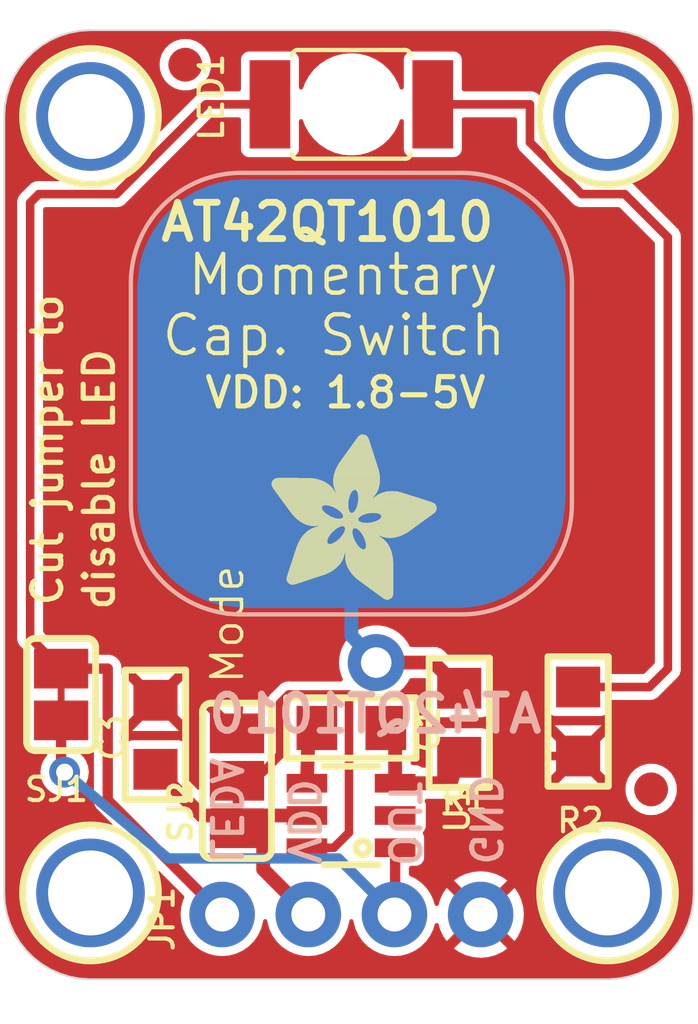
<source format=kicad_pcb>
(kicad_pcb (version 20221018) (generator pcbnew)
  (layers (0 "F.Cu" signal) (31 "B.Cu" signal) (34 "B.Paste" user) (35 "F.Paste" user) (36 "B.SilkS" user "B.Silkscreen") (37 "F.SilkS" user "F.Silkscreen") (38 "B.Mask" user) (39 "F.Mask" user) (44 "Edge.Cuts" user))
  (net 0 "")
  (net 1 "CAPPAD")
  (net 2 "GND")
  (net 3 "N$3")
  (net 4 "N$4")
  (net 5 "VDD")
  (net 6 "N$6")
  (net 7 "LEDA")
  (net 8 "OUT")
  (footprint "working:FIDUCIAL_1MM" (layer "F.Cu") (at 157.4071 113.3856)
    (fp_text reference "FID1" hide)
    (fp_text value "FIDUCIAL\"\"" hide)
    (pad "1" smd roundrect (at 0 0) (size 1 1) (layers "F.Cu" "F.Mask") (roundrect_rratio 0.5))
  )
  (footprint "working:FIDUCIAL_1MM" (layer "F.Cu") (at 143.6751 92.0496)
    (fp_text reference "FID2" hide)
    (fp_text value "FIDUCIAL\"\"" hide)
    (pad "1" smd roundrect (at 0 0) (size 1 1) (layers "F.Cu" "F.Mask") (roundrect_rratio 0.5))
  )
  (footprint "working:MOUNTINGHOLE_2.5_PLATED" (layer "F.Cu") (at 156.1211 93.5736)
    (fp_text reference "U$10" hide)
    (fp_text value "MOUNTINGHOLE2.5" hide)
    (pad "P$1" thru_hole circle (at 0 0) (size 3.2 3.2) (drill 2.5) (layers "*.Cu" "*.Mask"))
    (zone (net 0) (net_name "") (layer "F.Cu") (connect_pads (clearance 0)) (min_thickness 0.25)
      (keepout (tracks not_allowed) (vias not_allowed) (pads not_allowed) (copperpour not_allowed) (footprints allowed))
      (fill (thermal_gap 0.5) (thermal_bridge_width 0.5))
      (polygon (pts (xy 158.1371 93.5736) (xy 158.11748 93.293027) (xy 158.059004 93.017915) (xy 157.962808 92.753619) (xy 157.830765 92.505283) (xy 157.665446 92.27774) (xy 157.470067 92.07542) (xy 157.248433 91.90226) (xy 157.004856 91.761631) (xy 156.744078 91.65627) (xy 156.471175 91.588228) (xy 156.191457 91.558828) (xy 155.910371 91.568644) (xy 155.633385 91.617484) (xy 155.365893 91.704397) (xy 155.1131 91.827693) (xy 154.879926 91.98497) (xy 154.670911 92.173169) (xy 154.490122 92.388625) (xy 154.341078 92.627145) (xy 154.22668 92.884087) (xy 154.149154 93.15445) (xy 154.110011 93.432971) (xy 154.110011 93.714229) (xy 154.149154 93.99275) (xy 154.22668 94.263113) (xy 154.341078 94.520055) (xy 154.490122 94.758575) (xy 154.670911 94.974031) (xy 154.879926 95.16223) (xy 155.1131 95.319507) (xy 155.365893 95.442803) (xy 155.633385 95.529716) (xy 155.910371 95.578556) (xy 156.191457 95.588372) (xy 156.471175 95.558972) (xy 156.744078 95.49093) (xy 157.004856 95.385569) (xy 157.248433 95.24494) (xy 157.470067 95.07178) (xy 157.665446 94.86946) (xy 157.830765 94.641917) (xy 157.962808 94.393581) (xy 158.059004 94.129285) (xy 158.11748 93.854173)))
      (polygon (pts (xy 156.1051 93.5736) (xy 156.109786 93.584914) (xy 156.1211 93.5896) (xy 156.132414 93.584914) (xy 156.1371 93.5736) (xy 156.132414 93.562286) (xy 156.1211 93.5576) (xy 156.109786 93.562286)))
    )
  )
  (footprint "working:_0805" (layer "F.Cu") (at 148.5711 111.5776 180)
    (fp_text reference "C1" (at -2.24 0.7175 90) (layer "F.SilkS") (effects (font (size 0.692831 0.692831) (thickness 0.119969)) (justify right)))
    (fp_text value "22nF")
    (pad "1" smd rect (at -1.016 0 180) (size 1.2 1.3) (layers "F.Cu" "F.Paste" "F.Mask") (net 4 "N$4"))
    (pad "2" smd rect (at 1.016 0 180) (size 1.2 1.3) (layers "F.Cu" "F.Paste" "F.Mask") (net 3 "N$3"))
  )
  (footprint "working:_0805" (layer "F.Cu") (at 142.7971 111.7776 90)
    (fp_text reference "C3" (at -0.8375 -1.27 90) (layer "F.SilkS") (effects (font (size 0.692831 0.692831) (thickness 0.119969)) (justify left)))
    (fp_text value "0.1µF")
    (pad "1" smd rect (at -1.016 0 90) (size 1.2 1.3) (layers "F.Cu" "F.Paste" "F.Mask") (net 5 "VDD"))
    (pad "2" smd rect (at 1.016 0 90) (size 1.2 1.3) (layers "F.Cu" "F.Paste" "F.Mask") (net 2 "GND"))
  )
  (footprint "working:MOUNTINGHOLE_2.5_PLATED" (layer "F.Cu") (at 140.8811 93.5736)
    (fp_text reference "U$11" hide)
    (fp_text value "MOUNTINGHOLE2.5" hide)
    (pad "P$1" thru_hole circle (at 0 0) (size 3.2 3.2) (drill 2.5) (layers "*.Cu" "*.Mask"))
    (zone (net 0) (net_name "") (layer "F.Cu") (connect_pads (clearance 0)) (min_thickness 0.25)
      (keepout (tracks not_allowed) (vias not_allowed) (pads not_allowed) (copperpour not_allowed) (footprints allowed))
      (fill (thermal_gap 0.5) (thermal_bridge_width 0.5))
      (polygon (pts (xy 142.8971 93.5736) (xy 142.87748 93.293027) (xy 142.819004 93.017915) (xy 142.722808 92.753619) (xy 142.590765 92.505283) (xy 142.425446 92.27774) (xy 142.230067 92.07542) (xy 142.008433 91.90226) (xy 141.764856 91.761631) (xy 141.504078 91.65627) (xy 141.231175 91.588228) (xy 140.951457 91.558828) (xy 140.670371 91.568644) (xy 140.393385 91.617484) (xy 140.125893 91.704397) (xy 139.8731 91.827693) (xy 139.639926 91.98497) (xy 139.430911 92.173169) (xy 139.250122 92.388625) (xy 139.101078 92.627145) (xy 138.98668 92.884087) (xy 138.909154 93.15445) (xy 138.870011 93.432971) (xy 138.870011 93.714229) (xy 138.909154 93.99275) (xy 138.98668 94.263113) (xy 139.101078 94.520055) (xy 139.250122 94.758575) (xy 139.430911 94.974031) (xy 139.639926 95.16223) (xy 139.8731 95.319507) (xy 140.125893 95.442803) (xy 140.393385 95.529716) (xy 140.670371 95.578556) (xy 140.951457 95.588372) (xy 141.231175 95.558972) (xy 141.504078 95.49093) (xy 141.764856 95.385569) (xy 142.008433 95.24494) (xy 142.230067 95.07178) (xy 142.425446 94.86946) (xy 142.590765 94.641917) (xy 142.722808 94.393581) (xy 142.819004 94.129285) (xy 142.87748 93.854173)))
      (polygon (pts (xy 140.8651 93.5736) (xy 140.869786 93.584914) (xy 140.8811 93.5896) (xy 140.892414 93.584914) (xy 140.8971 93.5736) (xy 140.892414 93.562286) (xy 140.8811 93.5576) (xy 140.869786 93.562286)))
    )
  )
  (footprint "working:_0805" (layer "F.Cu") (at 151.7511 111.4236 90)
    (fp_text reference "R1" (at -2.24 0.9175) (layer "F.SilkS") (effects (font (size 0.692831 0.692831) (thickness 0.119969)) (justify right)))
    (fp_text value "10K")
    (pad "1" smd rect (at -1.016 0 90) (size 1.2 1.3) (layers "F.Cu" "F.Paste" "F.Mask") (net 4 "N$4"))
    (pad "2" smd rect (at 1.016 0 90) (size 1.2 1.3) (layers "F.Cu" "F.Paste" "F.Mask") (net 1 "CAPPAD"))
  )
  (footprint "working:SOLDERJUMPER_CLOSEDWIRE" (layer "F.Cu") (at 140.0161 110.5916 90)
    (fp_text reference "SJ1" (at -2.794 -1.143) (layer "F.SilkS") (effects (font (size 0.692831 0.692831) (thickness 0.119969)) (justify left)))
    (fp_text value "LED")
    (pad "1" smd rect (at -0.762 0 90) (size 1.1684 1.6002) (layers "F.Cu" "F.Mask") (net 8 "OUT"))
    (pad "2" smd rect (at 0.762 0 90) (size 1.1684 1.6002) (layers "F.Cu" "F.Mask") (net 7 "LEDA"))
    (pad "WIRE" smd rect (at 0 0 90) (size 0.635 0.2032) (layers "F.Cu" "F.Mask"))
  )
  (footprint "working:PLCC2_REVMOUNT" (layer "F.Cu") (at 148.5711 93.2166 180)
    (fp_text reference "LED1" (at 4.125 1.558 90) (layer "F.SilkS") (effects (font (size 0.692831 0.692831) (thickness 0.119969)) (justify right)))
    (fp_text value "LS T77K-J1L2-1-0-2-R18-Z")
    (pad "" np_thru_hole circle (at 0 0 180) (size 2.5 2.5) (drill 2.5) (layers "*.Cu" "*.Mask"))
    (pad "A" smd rect (at 2.4 0 180) (size 1.2 2.6) (layers "F.Cu" "F.Paste" "F.Mask") (net 7 "LEDA"))
    (pad "K" smd rect (at -2.4 0 180) (size 1.2 2.6) (layers "F.Cu" "F.Paste" "F.Mask") (net 6 "N$6"))
  )
  (footprint "working:MOUNTINGHOLE_2.5_PLATED" (layer "F.Cu") (at 140.8811 116.4336)
    (fp_text reference "U$9" hide)
    (fp_text value "MOUNTINGHOLE2.5" hide)
    (pad "P$1" thru_hole circle (at 0 0) (size 3.2 3.2) (drill 2.5) (layers "*.Cu" "*.Mask"))
    (zone (net 0) (net_name "") (layer "F.Cu") (connect_pads (clearance 0)) (min_thickness 0.25)
      (keepout (tracks not_allowed) (vias not_allowed) (pads not_allowed) (copperpour not_allowed) (footprints allowed))
      (fill (thermal_gap 0.5) (thermal_bridge_width 0.5))
      (polygon (pts (xy 142.8971 116.4336) (xy 142.87748 116.153027) (xy 142.819004 115.877915) (xy 142.722808 115.613619) (xy 142.590765 115.365283) (xy 142.425446 115.13774) (xy 142.230067 114.93542) (xy 142.008433 114.76226) (xy 141.764856 114.621631) (xy 141.504078 114.51627) (xy 141.231175 114.448228) (xy 140.951457 114.418828) (xy 140.670371 114.428644) (xy 140.393385 114.477484) (xy 140.125893 114.564397) (xy 139.8731 114.687693) (xy 139.639926 114.84497) (xy 139.430911 115.033169) (xy 139.250122 115.248625) (xy 139.101078 115.487145) (xy 138.98668 115.744087) (xy 138.909154 116.01445) (xy 138.870011 116.292971) (xy 138.870011 116.574229) (xy 138.909154 116.85275) (xy 138.98668 117.123113) (xy 139.101078 117.380055) (xy 139.250122 117.618575) (xy 139.430911 117.834031) (xy 139.639926 118.02223) (xy 139.8731 118.179507) (xy 140.125893 118.302803) (xy 140.393385 118.389716) (xy 140.670371 118.438556) (xy 140.951457 118.448372) (xy 141.231175 118.418972) (xy 141.504078 118.35093) (xy 141.764856 118.245569) (xy 142.008433 118.10494) (xy 142.230067 117.93178) (xy 142.425446 117.72946) (xy 142.590765 117.501917) (xy 142.722808 117.253581) (xy 142.819004 116.989285) (xy 142.87748 116.714173)))
      (polygon (pts (xy 140.8651 116.4336) (xy 140.869786 116.444914) (xy 140.8811 116.4496) (xy 140.892414 116.444914) (xy 140.8971 116.4336) (xy 140.892414 116.422286) (xy 140.8811 116.4176) (xy 140.869786 116.422286)))
    )
  )
  (footprint "working:MOUNTINGHOLE_2.5_PLATED" (layer "F.Cu") (at 156.1211 116.4336)
    (fp_text reference "U$6" hide)
    (fp_text value "MOUNTINGHOLE2.5" hide)
    (pad "P$1" thru_hole circle (at 0 0) (size 3.2 3.2) (drill 2.5) (layers "*.Cu" "*.Mask"))
    (zone (net 0) (net_name "") (layer "F.Cu") (connect_pads (clearance 0)) (min_thickness 0.25)
      (keepout (tracks not_allowed) (vias not_allowed) (pads not_allowed) (copperpour not_allowed) (footprints allowed))
      (fill (thermal_gap 0.5) (thermal_bridge_width 0.5))
      (polygon (pts (xy 158.1371 116.4336) (xy 158.11748 116.153027) (xy 158.059004 115.877915) (xy 157.962808 115.613619) (xy 157.830765 115.365283) (xy 157.665446 115.13774) (xy 157.470067 114.93542) (xy 157.248433 114.76226) (xy 157.004856 114.621631) (xy 156.744078 114.51627) (xy 156.471175 114.448228) (xy 156.191457 114.418828) (xy 155.910371 114.428644) (xy 155.633385 114.477484) (xy 155.365893 114.564397) (xy 155.1131 114.687693) (xy 154.879926 114.84497) (xy 154.670911 115.033169) (xy 154.490122 115.248625) (xy 154.341078 115.487145) (xy 154.22668 115.744087) (xy 154.149154 116.01445) (xy 154.110011 116.292971) (xy 154.110011 116.574229) (xy 154.149154 116.85275) (xy 154.22668 117.123113) (xy 154.341078 117.380055) (xy 154.490122 117.618575) (xy 154.670911 117.834031) (xy 154.879926 118.02223) (xy 155.1131 118.179507) (xy 155.365893 118.302803) (xy 155.633385 118.389716) (xy 155.910371 118.438556) (xy 156.191457 118.448372) (xy 156.471175 118.418972) (xy 156.744078 118.35093) (xy 157.004856 118.245569) (xy 157.248433 118.10494) (xy 157.470067 117.93178) (xy 157.665446 117.72946) (xy 157.830765 117.501917) (xy 157.962808 117.253581) (xy 158.059004 116.989285) (xy 158.11748 116.714173)))
      (polygon (pts (xy 156.1051 116.4336) (xy 156.109786 116.444914) (xy 156.1211 116.4496) (xy 156.132414 116.444914) (xy 156.1371 116.4336) (xy 156.132414 116.422286) (xy 156.1211 116.4176) (xy 156.109786 116.422286)))
    )
  )
  (footprint "working:SOLDERJUMPER_2WAY_OPEN_NOPASTE" (layer "F.Cu") (at 145.1991 113.1316 90)
    (fp_text reference "SJ2" (at -1.905 -1.27 90) (layer "F.SilkS") (effects (font (size 0.666496 0.666496) (thickness 0.146304)) (justify left bottom)))
    (fp_text value "MODE")
    (pad "1" smd rect (at -1.397 0 90) (size 1.1684 1.6002) (layers "F.Cu" "F.Mask") (net 5 "VDD"))
    (pad "2" smd rect (at 0 0 90) (size 1.1684 1.6002) (layers "F.Cu" "F.Paste" "F.Mask") (net 5 "VDD"))
    (pad "3" smd rect (at 1.397 0 90) (size 1.1684 1.6002) (layers "F.Cu" "F.Mask") (net 2 "GND"))
  )
  (footprint "working:ADAFRUIT_5MM" (layer "F.Cu") (at 146.2151 107.7976)
    (fp_text reference "U$12" hide)
    (fp_text value "" hide)
  )
  (footprint "working:SOT23-6" (layer "F.Cu") (at 148.5611 114.1536 90)
    (fp_text reference "U1" (at -0.579 3.13 90) (layer "F.SilkS") (effects (font (size 0.692831 0.692831) (thickness 0.119969)) (justify left)))
    (fp_text value "AT42QT1010")
    (pad "1" smd rect (at -0.95 1.3 90) (size 0.55 1.2) (layers "F.Cu" "F.Paste" "F.Mask") (net 8 "OUT"))
    (pad "2" smd rect (at 0 1.3 90) (size 0.55 1.2) (layers "F.Cu" "F.Paste" "F.Mask") (net 2 "GND"))
    (pad "3" smd rect (at 0.95 1.3 90) (size 0.55 1.2) (layers "F.Cu" "F.Paste" "F.Mask") (net 4 "N$4"))
    (pad "4" smd rect (at 0.95 -1.3 90) (size 0.55 1.2) (layers "F.Cu" "F.Paste" "F.Mask") (net 3 "N$3"))
    (pad "5" smd rect (at 0 -1.3 90) (size 0.55 1.2) (layers "F.Cu" "F.Paste" "F.Mask") (net 5 "VDD"))
    (pad "6" smd rect (at -0.95 -1.3 90) (size 0.55 1.2) (layers "F.Cu" "F.Paste" "F.Mask") (net 5 "VDD"))
  )
  (footprint "working:1X04_ROUND_76" (layer "F.Cu") (at 148.5711 117.0686)
    (fp_text reference "JP1" (at -5.5818 1.1492 90) (layer "F.SilkS") (effects (font (size 0.692831 0.692831) (thickness 0.119969)) (justify left)))
    (fp_text value "")
    (pad "1" thru_hole circle (at -3.81 0 90) (size 1.9304 1.9304) (drill 1) (layers "*.Cu" "*.Mask") (net 7 "LEDA"))
    (pad "2" thru_hole circle (at -1.27 0 90) (size 1.9304 1.9304) (drill 1) (layers "*.Cu" "*.Mask") (net 5 "VDD"))
    (pad "3" thru_hole circle (at 1.27 0 90) (size 1.9304 1.9304) (drill 1) (layers "*.Cu" "*.Mask") (net 8 "OUT"))
    (pad "4" thru_hole circle (at 3.81 0 90) (size 1.9304 1.9304) (drill 1) (layers "*.Cu" "*.Mask") (net 2 "GND"))
  )
  (footprint "working:_0805" (layer "F.Cu") (at 155.2551 111.3866 -90)
    (fp_text reference "R2" (at 2.917 0.6885) (layer "F.SilkS") (effects (font (size 0.692831 0.692831) (thickness 0.119969)) (justify left)))
    (fp_text value "1K")
    (pad "1" smd rect (at -1.016 0 270) (size 1.2 1.3) (layers "F.Cu" "F.Paste" "F.Mask") (net 6 "N$6"))
    (pad "2" smd rect (at 1.016 0 270) (size 1.2 1.3) (layers "F.Cu" "F.Paste" "F.Mask") (net 2 "GND"))
  )
  (footprint "working:CAPTOUCH_SIMPLE_12.5MM" (layer "B.Cu") (at 148.5711 101.7336 180)
    (fp_text reference "SW1" hide)
    (fp_text value "Cap pad" hide)
    (fp_poly (pts (xy 3.48201 6.293551) (xy 3.83453 6.233655) (xy 4.178128 6.134666) (xy 4.508482 5.99783) (xy 4.821437 5.824865) (xy 5.11306 5.617948) (xy 5.379681 5.379681) (xy 5.617948 5.11306) (xy 5.824865 4.821437) (xy 5.99783 4.508482) (xy 6.134666 4.178128) (xy 6.234151 3.83281) (xy 6.3135 3.128566) (xy 6.3135 -3.126782) (xy 6.293551 -3.48201) (xy 6.233655 -3.83453) (xy 6.134666 -4.178128) (xy 5.99783 -4.508482) (xy 5.824865 -4.821437) (xy 5.617948 -5.11306) (xy 5.379681 -5.379681) (xy 5.11306 -5.617948) (xy 4.821437 -5.824865) (xy 4.508482 -5.99783) (xy 4.178128 -6.134666) (xy 3.83281 -6.234151) (xy 3.128566 -6.3135) (xy -3.126782 -6.3135) (xy -3.48201 -6.293551) (xy -3.83453 -6.233655) (xy -4.178128 -6.134666) (xy -4.508482 -5.99783) (xy -4.821437 -5.824865) (xy -5.11306 -5.617948) (xy -5.379681 -5.379681) (xy -5.617948 -5.11306) (xy -5.824865 -4.821437) (xy -5.99783 -4.508482) (xy -6.134666 -4.178128) (xy -6.234151 -3.83281) (xy -6.3135 -3.128566) (xy -6.3135 3.126782) (xy -6.293551 3.48201) (xy -6.233655 3.83453) (xy -6.134666 4.178128) (xy -5.99783 4.508482) (xy -5.824865 4.821437) (xy -5.617948 5.11306) (xy -5.379681 5.379681) (xy -5.11306 5.617948) (xy -4.821437 5.824865) (xy -4.508482 5.99783) (xy -4.178128 6.134666) (xy -3.83281 6.234151) (xy -3.128566 6.3135) (xy 3.126782 6.3135)) (fill solid) (layer "F.Cu"))
    (fp_poly (pts (xy 3.48201 6.293551) (xy 3.83453 6.233655) (xy 4.178128 6.134666) (xy 4.508482 5.99783) (xy 4.821437 5.824865) (xy 5.11306 5.617948) (xy 5.379681 5.379681) (xy 5.617948 5.11306) (xy 5.824865 4.821437) (xy 5.99783 4.508482) (xy 6.134666 4.178128) (xy 6.234151 3.83281) (xy 6.3135 3.128566) (xy 6.3135 -3.126782) (xy 6.293551 -3.48201) (xy 6.233655 -3.83453) (xy 6.134666 -4.178128) (xy 5.99783 -4.508482) (xy 5.824865 -4.821437) (xy 5.617948 -5.11306) (xy 5.379681 -5.379681) (xy 5.11306 -5.617948) (xy 4.821437 -5.824865) (xy 4.508482 -5.99783) (xy 4.178128 -6.134666) (xy 3.83281 -6.234151) (xy 3.128566 -6.3135) (xy -3.126782 -6.3135) (xy -3.48201 -6.293551) (xy -3.83453 -6.233655) (xy -4.178128 -6.134666) (xy -4.508482 -5.99783) (xy -4.821437 -5.824865) (xy -5.11306 -5.617948) (xy -5.379681 -5.379681) (xy -5.617948 -5.11306) (xy -5.824865 -4.821437) (xy -5.99783 -4.508482) (xy -6.134666 -4.178128) (xy -6.234151 -3.83281) (xy -6.3135 -3.128566) (xy -6.3135 3.126782) (xy -6.293551 3.48201) (xy -6.233655 3.83453) (xy -6.134666 4.178128) (xy -5.99783 4.508482) (xy -5.824865 4.821437) (xy -5.617948 5.11306) (xy -5.379681 5.379681) (xy -5.11306 5.617948) (xy -4.821437 5.824865) (xy -4.508482 5.99783) (xy -4.178128 6.134666) (xy -3.83281 6.234151) (xy -3.128566 6.3135) (xy 3.126782 6.3135)) (fill solid) (layer "B.Cu"))
    (pad "E" smd rect (at 0 -5.95 180) (size 1.27 0.635) (layers "B.Cu" "B.Paste") (net 1 "CAPPAD"))
    (pad "G" smd rect (at 0 -6.2 180) (size 0.1 0.1) (layers "F.Cu" "F.Paste") (net 2 "GND"))
  )
  (gr_arc (start 158.6611 116.4336) (mid 157.917151 118.229651) (end 156.1211 118.9736) (stroke (width 0.05)) (layer "Edge.Cuts"))
  (gr_arc (start 140.8811 118.9736) (mid 139.085049 118.229651) (end 138.3411 116.4336) (stroke (width 0.05)) (layer "Edge.Cuts"))
  (gr_arc (start 156.1211 91.0336) (mid 157.917151 91.777549) (end 158.6611 93.5736) (stroke (width 0.05)) (layer "Edge.Cuts"))
  (gr_line (start 140.8811 91.0336) (end 156.1211 91.0336) (stroke (width 0.05)) (layer "Edge.Cuts"))
  (gr_arc (start 138.3411 93.5736) (mid 139.085049 91.777549) (end 140.8811 91.0336) (stroke (width 0.05)) (layer "Edge.Cuts"))
  (gr_line (start 138.3411 116.4336) (end 138.3411 93.5736) (stroke (width 0.05)) (layer "Edge.Cuts"))
  (gr_line (start 158.6611 93.5736) (end 158.6611 116.4336) (stroke (width 0.05)) (layer "Edge.Cuts"))
  (gr_line (start 156.1211 118.9736) (end 140.8811 118.9736) (stroke (width 0.05)) (layer "Edge.Cuts"))
  (gr_text "AT42QT1010" (at 154.2861 111.7866) (layer "B.SilkS") (effects (font (size 1.0668 1.0668) (thickness 0.2032)) (justify left bottom mirror)))
  (gr_text "LEDA" (at 144.3631 115.6536 -90) (layer "B.SilkS") (effects (font (size 0.8636 0.8636) (thickness 0.1524)) (justify left bottom mirror)))
  (gr_text "OUT" (at 149.6131 115.7336 -90) (layer "B.SilkS") (effects (font (size 0.8636 0.8636) (thickness 0.1524)) (justify left bottom mirror)))
  (gr_text "VDD" (at 146.6491 115.6536 -90) (layer "B.SilkS") (effects (font (size 0.8636 0.8636) (thickness 0.1524)) (justify left bottom mirror)))
  (gr_text "GND" (at 152.0031 115.6936 -90) (layer "B.SilkS") (effects (font (size 0.8636 0.8636) (thickness 0.1524)) (justify left bottom mirror)))
  (gr_text "AT42QT1010" (at 142.8561 97.3086) (layer "F.SilkS") (effects (font (size 1.0668 1.0668) (thickness 0.2032)) (justify left bottom)))
  (gr_text "Mode" (at 145.4531 110.3376 90) (layer "F.SilkS") (effects (font (size 0.9144 0.9144) (thickness 0.1016)) (justify left bottom)))
  (gr_text "VDD: 1.8-5V" (at 144.1831 102.2096) (layer "F.SilkS") (effects (font (size 0.8636 0.8636) (thickness 0.1524)) (justify left bottom)))
  (gr_text "Cut jumper to" (at 140.1191 108.0516 90) (layer "F.SilkS") (effects (font (size 0.8636 0.8636) (thickness 0.1524)) (justify left bottom)))
  (gr_text "disable LED" (at 141.6431 108.1786 90) (layer "F.SilkS") (effects (font (size 0.8636 0.8636) (thickness 0.1524)) (justify left bottom)))
  (gr_text "Cap. Switch" (at 142.9131 100.6856) (layer "F.SilkS") (effects (font (size 1.143 1.143) (thickness 0.127)) (justify left bottom)))
  (gr_text "Momentary" (at 143.6751 98.9076) (layer "F.SilkS") (effects (font (size 1.143 1.143) (thickness 0.127)) (justify left bottom)))
  (segment (start 150.9951 109.6516) (end 149.3031 109.6516) (width 0.4064) (layer "F.Cu") (net 1))
  (segment (start 151.7511 110.4076) (end 150.9951 109.6516) (width 0.4064) (layer "F.Cu") (net 1))
  (via (at 149.3031 109.6516) (size 1.6764) (drill 0.9) (layers "F.Cu" "B.Cu") (net 1))
  (segment (start 148.5711 108.8596) (end 149.3031 109.6516) (width 0.4064) (layer "B.Cu") (net 1))
  (segment (start 148.5711 107.6836) (end 148.5711 108.8596) (width 0.4064) (layer "B.Cu") (net 1))
  (segment (start 143.508922 95.980394) (end 143.793111 95.808596) (width 1.016) (layer "F.Cu") (net 2))
  (segment (start 152.3211 95.4936) (end 152.652576 95.513651) (width 1.016) (layer "F.Cu") (net 2))
  (segment (start 154.892395 97.268437) (end 154.99119 97.585482) (width 1.016) (layer "F.Cu") (net 2))
  (segment (start 142.629223 106.493705) (end 142.495906 106.197487) (width 1.016) (layer "F.Cu") (net 2))
  (segment (start 153.296263 95.672305) (end 153.599089 95.808596) (width 1.016) (layer "F.Cu") (net 2))
  (segment (start 142.997606 107.0274) (end 142.797273 106.771694) (width 1.016) (layer "F.Cu") (net 2))
  (segment (start 143.793111 95.808596) (end 144.095937 95.672305) (width 1.016) (layer "F.Cu") (net 2))
  (segment (start 144.412982 95.57351) (end 144.739624 95.513651) (width 1.016) (layer "F.Cu") (net 2))
  (segment (start 152.4211 107.9436) (end 152.666639 107.965082) (width 0.254) (layer "F.Cu") (net 2))
  (segment (start 153.8681 112.4026) (end 155.2551 112.4026) (width 0.254) (layer "F.Cu") (net 2))
  (segment (start 143.760995 107.625477) (end 143.483006 107.457427) (width 1.016) (layer "F.Cu") (net 2))
  (segment (start 142.807894 96.681422) (end 143.012695 96.420013) (width 1.016) (layer "F.Cu") (net 2))
  (segment (start 142.40101 97.585482) (end 142.499805 97.268437) (width 1.016) (layer "F.Cu") (net 2))
  (segment (start 142.399267 105.887359) (end 142.340713 105.567844) (width 1.016) (layer "F.Cu") (net 2))
  (segment (start 144.367341 107.855433) (end 144.057213 107.758794) (width 1.016) (layer "F.Cu") (net 2))
  (segment (start 152.4211 107.9436) (end 148.6711 107.9436) (width 1.016) (layer "F.Cu") (net 2))
  (segment (start 142.341151 97.912124) (end 142.40101 97.585482) (width 1.016) (layer "F.Cu") (net 2))
  (segment (start 153.8351 112.3696) (end 153.8351 112.3696) (width 0.254) (layer "F.Cu") (net 2))
  (segment (start 153.64566 108.6506) (end 153.749825 108.873984) (width 0.254) (layer "F.Cu") (net 2))
  (segment (start 155.051049 97.912124) (end 155.0711 98.2436) (width 1.016) (layer "F.Cu") (net 2))
  (segment (start 145.1991 111.7346) (end 145.3281 109.8276) (width 0.254) (layer "F.Cu") (net 2))
  (segment (start 145.0111 107.9336) (end 144.686856 107.913987) (width 1.016) (layer "F.Cu") (net 2))
  (segment (start 155.0711 105.2436) (end 155.05461 105.566218) (width 1.016) (layer "F.Cu") (net 2))
  (segment (start 154.188666 107.254288) (end 153.936248 107.45588) (width 1.016) (layer "F.Cu") (net 2))
  (segment (start 154.379505 96.420013) (end 154.584306 96.681422) (width 1.016) (layer "F.Cu") (net 2))
  (segment (start 153.936248 107.45588) (end 153.661371 107.625577) (width 1.016) (layer "F.Cu") (net 2))
  (segment (start 154.584306 96.681422) (end 154.756104 96.965611) (width 1.016) (layer "F.Cu") (net 2))
  (segment (start 142.3211 98.2436) (end 142.3211 98.2436) (width 1.016) (layer "F.Cu") (net 2))
  (segment (start 153.368043 107.760903) (end 153.060543 107.859886) (width 1.016) (layer "F.Cu") (net 2))
  (segment (start 154.999352 105.884496) (end 154.906134 106.193793) (width 1.016) (layer "F.Cu") (net 2))
  (segment (start 153.330002 108.274413) (end 153.504287 108.448698) (width 0.254) (layer "F.Cu") (net 2))
  (segment (start 142.797273 106.771694) (end 142.629223 106.493705) (width 1.016) (layer "F.Cu") (net 2))
  (segment (start 155.0711 105.2436) (end 155.0711 105.2436) (width 1.016) (layer "F.Cu") (net 2))
  (segment (start 145.4531 107.9336) (end 145.0111 107.9336) (width 1.016) (layer "F.Cu") (net 2))
  (segment (start 145.0111 107.9336) (end 145.0111 107.9336) (width 1.016) (layer "F.Cu") (net 2))
  (segment (start 154.611783 106.767599) (end 154.414944 107.02374) (width 1.016) (layer "F.Cu") (net 2))
  (segment (start 142.3211 105.2436) (end 142.3211 98.2436) (width 1.016) (layer "F.Cu") (net 2))
  (segment (start 154.756104 96.965611) (end 154.892395 97.268437) (width 1.016) (layer "F.Cu") (net 2))
  (segment (start 155.05461 105.566218) (end 154.999352 105.884496) (width 1.016) (layer "F.Cu") (net 2))
  (segment (start 152.652576 95.513651) (end 152.979218 95.57351) (width 1.016) (layer "F.Cu") (net 2))
  (segment (start 143.247513 96.185195) (end 143.508922 95.980394) (width 1.016) (layer "F.Cu") (net 2))
  (segment (start 152.3211 95.4936) (end 152.3211 95.4936) (width 1.016) (layer "F.Cu") (net 2))
  (segment (start 142.495906 106.197487) (end 142.399267 105.887359) (width 1.016) (layer "F.Cu") (net 2))
  (segment (start 153.504287 108.448698) (end 153.64566 108.6506) (width 0.254) (layer "F.Cu") (net 2))
  (segment (start 154.144687 96.185195) (end 154.379505 96.420013) (width 1.016) (layer "F.Cu") (net 2))
  (segment (start 143.483006 107.457427) (end 143.2273 107.257094) (width 1.016) (layer "F.Cu") (net 2))
  (segment (start 152.3711 95.5436) (end 152.3711 95.5436) (width 1.016) (layer "F.Cu") (net 2))
  (segment (start 154.99119 97.585482) (end 155.051049 97.912124) (width 1.016) (layer "F.Cu") (net 2))
  (segment (start 143.2273 107.257094) (end 142.997606 107.0274) (width 1.016) (layer "F.Cu") (net 2))
  (segment (start 152.743353 107.921083) (end 152.4211 107.9436) (width 1.016) (layer "F.Cu") (net 2))
  (segment (start 143.012695 96.420013) (end 143.247513 96.185195) (width 1.016) (layer "F.Cu") (net 2))
  (segment (start 153.749825 108.873984) (end 153.8351 109.3576) (width 0.254) (layer "F.Cu") (net 2))
  (segment (start 148.5711 107.9336) (end 145.4531 107.9336) (width 1.016) (layer "F.Cu") (net 2))
  (segment (start 153.1281 108.13304) (end 153.330002 108.274413) (width 0.254) (layer "F.Cu") (net 2))
  (segment (start 154.906134 106.193793) (end 154.776313 106.489598) (width 1.016) (layer "F.Cu") (net 2))
  (segment (start 152.666639 107.965082) (end 152.904716 108.028875) (width 0.254) (layer "F.Cu") (net 2))
  (segment (start 154.414944 107.02374) (end 154.188666 107.254288) (width 1.016) (layer "F.Cu") (net 2))
  (segment (start 152.3711 95.5436) (end 152.3211 95.4936) (width 1.016) (layer "F.Cu") (net 2))
  (segment (start 144.095937 95.672305) (end 144.412982 95.57351) (width 1.016) (layer "F.Cu") (net 2))
  (segment (start 153.883278 95.980394) (end 154.144687 96.185195) (width 1.016) (layer "F.Cu") (net 2))
  (segment (start 145.0711 95.4936) (end 152.3211 95.4936) (width 1.016) (layer "F.Cu") (net 2))
  (segment (start 152.979218 95.57351) (end 153.296263 95.672305) (width 1.016) (layer "F.Cu") (net 2))
  (segment (start 142.499805 97.268437) (end 142.636096 96.965611) (width 1.016) (layer "F.Cu") (net 2))
  (segment (start 142.636096 96.965611) (end 142.807894 96.681422) (width 1.016) (layer "F.Cu") (net 2))
  (segment (start 142.340713 105.567844) (end 142.3211 105.2436) (width 1.016) (layer "F.Cu") (net 2))
  (segment (start 153.8351 109.3576) (end 153.8351 112.3696) (width 0.254) (layer "F.Cu") (net 2))
  (segment (start 154.776313 106.489598) (end 154.611783 106.767599) (width 1.016) (layer "F.Cu") (net 2))
  (segment (start 152.4211 107.9436) (end 152.4211 107.9436) (width 0.254) (layer "F.Cu") (net 2))
  (segment (start 142.3211 98.2436) (end 142.341151 97.912124) (width 1.016) (layer "F.Cu") (net 2))
  (segment (start 153.8351 112.3696) (end 153.8681 112.4026) (width 0.254) (layer "F.Cu") (net 2))
  (segment (start 153.060543 107.859886) (end 152.743353 107.921083) (width 1.016) (layer "F.Cu") (net 2))
  (segment (start 155.0711 98.2436) (end 155.0711 105.2436) (width 1.016) (layer "F.Cu") (net 2))
  (segment (start 152.904716 108.028875) (end 153.1281 108.13304) (width 0.254) (layer "F.Cu") (net 2))
  (segment (start 153.599089 95.808596) (end 153.883278 95.980394) (width 1.016) (layer "F.Cu") (net 2))
  (segment (start 144.057213 107.758794) (end 143.760995 107.625477) (width 1.016) (layer "F.Cu") (net 2))
  (segment (start 145.3281 109.8276) (end 145.3371 109.8276) (width 0.254) (layer "F.Cu") (net 2))
  (segment (start 145.3371 109.8276) (end 145.4531 107.9336) (width 0.3048) (layer "F.Cu") (net 2))
  (segment (start 153.661371 107.625577) (end 153.368043 107.760903) (width 1.016) (layer "F.Cu") (net 2))
  (segment (start 144.739624 95.513651) (end 145.0711 95.4936) (width 1.016) (layer "F.Cu") (net 2))
  (segment (start 144.686856 107.913987) (end 144.367341 107.855433) (width 1.016) (layer "F.Cu") (net 2))
  (segment (start 147.2611 113.2036) (end 147.3011 111.9736) (width 0.4064) (layer "F.Cu") (net 3))
  (segment (start 147.3011 111.9736) (end 147.5551 111.5776) (width 0.4064) (layer "F.Cu") (net 3))
  (segment (start 149.5871 111.5776) (end 149.8611 111.8516) (width 0.4064) (layer "F.Cu") (net 4))
  (segment (start 149.8611 113.2036) (end 151.4991 113.2036) (width 0.4064) (layer "F.Cu") (net 4))
  (segment (start 149.8611 111.8516) (end 149.8611 113.2036) (width 0.4064) (layer "F.Cu") (net 4))
  (segment (start 151.4991 113.2036) (end 151.7511 112.4396) (width 0.4064) (layer "F.Cu") (net 4))
  (segment (start 144.8241 114.1536) (end 145.1991 114.5286) (width 0.3048) (layer "F.Cu") (net 5))
  (segment (start 146.7231 110.5916) (end 146.4691 110.8456) (width 0.254) (layer "F.Cu") (net 5))
  (segment (start 145.9711 114.2536) (end 145.9711 115.7386) (width 0.4064) (layer "F.Cu") (net 5))
  (segment (start 147.2611 115.1036) (end 147.2011 115.1636) (width 0.254) (layer "F.Cu") (net 5))
  (segment (start 148.5011 110.5916) (end 146.7231 110.5916) (width 0.254) (layer "F.Cu") (net 5))
  (segment (start 145.1991 114.5286) (end 145.1991 113.1316) (width 0.254) (layer "F.Cu") (net 5))
  (segment (start 145.4531 112.8776) (end 145.1991 113.1316) (width 0.254) (layer "F.Cu") (net 5))
  (segment (start 144.1571 114.1536) (end 146.0711 114.1536) (width 0.4064) (layer "F.Cu") (net 5))
  (segment (start 145.1991 113.8996) (end 145.1991 114.5286) (width 0.254) (layer "F.Cu") (net 5))
  (segment (start 144.1571 114.1536) (end 144.8241 114.1536) (width 0.3048) (layer "F.Cu") (net 5))
  (segment (start 147.2611 115.1036) (end 148.0531 115.1036) (width 0.254) (layer "F.Cu") (net 5))
  (segment (start 146.4691 110.8456) (end 146.4691 112.3696) (width 0.254) (layer "F.Cu") (net 5))
  (segment (start 146.4691 112.3696) (end 145.9611 112.8776) (width 0.254) (layer "F.Cu") (net 5))
  (segment (start 148.5011 114.6556) (end 148.5011 110.5916) (width 0.254) (layer "F.Cu") (net 5))
  (segment (start 145.9711 114.2536) (end 146.0711 114.1536) (width 0.4064) (layer "F.Cu") (net 5))
  (segment (start 145.9711 115.7386) (end 147.3011 117.0686) (width 0.4064) (layer "F.Cu") (net 5))
  (segment (start 145.9611 112.8776) (end 145.4531 112.8776) (width 0.254) (layer "F.Cu") (net 5))
  (segment (start 142.7971 112.7936) (end 144.1571 114.1536) (width 0.4064) (layer "F.Cu") (net 5))
  (segment (start 147.2611 114.1536) (end 146.0711 114.1536) (width 0.4064) (layer "F.Cu") (net 5))
  (segment (start 148.0531 115.1036) (end 148.5011 114.6556) (width 0.254) (layer "F.Cu") (net 5))
  (segment (start 153.8351 93.2166) (end 153.8351 94.3356) (width 0.254) (layer "F.Cu") (net 6))
  (segment (start 156.6291 95.8596) (end 157.8991 97.1296) (width 0.254) (layer "F.Cu") (net 6))
  (segment (start 150.9711 93.2166) (end 153.8351 93.2166) (width 0.254) (layer "F.Cu") (net 6))
  (segment (start 157.8991 109.8296) (end 157.3581 110.3706) (width 0.254) (layer "F.Cu") (net 6))
  (segment (start 153.8351 94.3356) (end 155.3591 95.8596) (width 0.254) (layer "F.Cu") (net 6))
  (segment (start 155.3591 95.8596) (end 156.6291 95.8596) (width 0.254) (layer "F.Cu") (net 6))
  (segment (start 151.0181 93.1696) (end 150.9711 93.2166) (width 0.4064) (layer "F.Cu") (net 6))
  (segment (start 157.3581 110.3706) (end 155.2551 110.3706) (width 0.254) (layer "F.Cu") (net 6))
  (segment (start 157.8991 97.1296) (end 157.8991 109.8296) (width 0.254) (layer "F.Cu") (net 6))
  (segment (start 144.2861 93.2166) (end 146.1711 93.2166) (width 0.254) (layer "F.Cu") (net 7))
  (segment (start 144.2861 93.2166) (end 141.6431 95.8596) (width 0.254) (layer "F.Cu") (net 7))
  (segment (start 139.1031 108.9166) (end 140.0161 109.8296) (width 0.254) (layer "F.Cu") (net 7))
  (segment (start 141.6431 95.8596) (end 139.3571 95.8596) (width 0.254) (layer "F.Cu") (net 7))
  (segment (start 141.3891 113.6966) (end 144.7611 117.0686) (width 0.3048) (layer "F.Cu") (net 7))
  (segment (start 139.1031 96.1136) (end 139.1031 108.9166) (width 0.254) (layer "F.Cu") (net 7))
  (segment (start 141.3891 109.8296) (end 141.3891 113.6966) (width 0.3048) (layer "F.Cu") (net 7))
  (segment (start 139.3571 95.8596) (end 139.1031 96.1136) (width 0.254) (layer "F.Cu") (net 7))
  (segment (start 141.3891 109.8296) (end 140.0161 109.8296) (width 0.3048) (layer "F.Cu") (net 7))
  (segment (start 149.8611 117.0486) (end 149.8411 117.0686) (width 0.3048) (layer "F.Cu") (net 8))
  (segment (start 140.0161 111.3536) (end 140.0161 112.5206) (width 0.3048) (layer "F.Cu") (net 8))
  (segment (start 149.8611 115.1036) (end 149.8611 117.0486) (width 0.3048) (layer "F.Cu") (net 8))
  (segment (start 140.0161 112.5206) (end 140.1191 112.8776) (width 0.3048) (layer "F.Cu") (net 8))
  (via (at 140.1191 112.8776) (size 0.9064) (drill 0.5) (layers "F.Cu" "B.Cu") (net 8))
  (segment (start 143.1671 115.4176) (end 148.1901 115.4176) (width 0.3048) (layer "B.Cu") (net 8))
  (segment (start 148.1901 115.4176) (end 149.8411 117.0686) (width 0.3048) (layer "B.Cu") (net 8))
  (segment (start 140.1191 112.8776) (end 143.1671 115.4176) (width 0.3048) (layer "B.Cu") (net 8))
  (zone (net 2) (net_name "GND") (layer "F.Cu") (priority 6) (connect_pads (clearance 0.254)) (min_thickness 0.127) (fill yes (thermal_gap 0.304) (thermal_bridge_width 0.304))
    (polygon (pts (xy 158.7881 119.1006) (xy 138.2141 119.1006) (xy 138.2141 90.1446) (xy 158.7881 90.1446)))
  )
)
</source>
